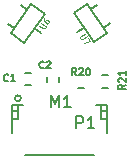
<source format=gbr>
G04 #@! TF.FileFunction,Legend,Top*
%FSLAX46Y46*%
G04 Gerber Fmt 4.6, Leading zero omitted, Abs format (unit mm)*
G04 Created by KiCad (PCBNEW 4.0.4-stable) date 08/26/17 16:23:53*
%MOMM*%
%LPD*%
G01*
G04 APERTURE LIST*
%ADD10C,0.100000*%
%ADD11C,0.150000*%
%ADD12C,0.127000*%
%ADD13C,0.125000*%
G04 APERTURE END LIST*
D10*
D11*
X112150000Y-68575000D02*
X111650000Y-68575000D01*
X111650000Y-69625000D02*
X112150000Y-69625000D01*
X113475000Y-68870000D02*
X113475000Y-69370000D01*
X114525000Y-69370000D02*
X114525000Y-68870000D01*
X116600000Y-68750000D02*
X116100000Y-68750000D01*
X116100000Y-69800000D02*
X116600000Y-69800000D01*
X118100000Y-69800000D02*
X118600000Y-69800000D01*
X118600000Y-68750000D02*
X118100000Y-68750000D01*
D12*
X110711491Y-64759599D02*
X110170523Y-64380809D01*
X111804154Y-63199115D02*
X111263186Y-62820325D01*
X112402178Y-64780643D02*
X112943146Y-65159433D01*
X113261739Y-63553062D02*
X111542616Y-66008224D01*
X111542616Y-66008224D02*
X110398261Y-65206938D01*
X110398261Y-65206938D02*
X112117384Y-62751776D01*
X112117384Y-62751776D02*
X113261739Y-63553062D01*
X117185846Y-63169115D02*
X117726814Y-62790325D01*
X118278509Y-64729599D02*
X118819477Y-64350809D01*
X116587822Y-64750643D02*
X116046854Y-65129433D01*
X117447384Y-65978224D02*
X115728261Y-63523062D01*
X115728261Y-63523062D02*
X116872616Y-62721776D01*
X116872616Y-62721776D02*
X118591739Y-65176938D01*
X118591739Y-65176938D02*
X117447384Y-65978224D01*
D11*
X111260000Y-70712500D02*
G75*
G03X111260000Y-70712500I-250000J0D01*
G01*
X111610000Y-75537500D02*
X117410000Y-75537500D01*
X110510000Y-73637500D02*
X110510000Y-71287500D01*
X110510000Y-71287500D02*
X111410000Y-71287500D01*
X111010000Y-71287500D02*
X111010000Y-72487500D01*
X111010000Y-72487500D02*
X111010000Y-72487500D01*
X111010000Y-72487500D02*
X111010000Y-71287500D01*
X111010000Y-71287500D02*
X111010000Y-71287500D01*
X111010000Y-71787500D02*
X111010000Y-71787500D01*
X111010000Y-71787500D02*
X110510000Y-71787500D01*
X110510000Y-71787500D02*
X110510000Y-71787500D01*
X110510000Y-71787500D02*
X111010000Y-71787500D01*
X111010000Y-72487500D02*
X111010000Y-72487500D01*
X111010000Y-72487500D02*
X110510000Y-72487500D01*
X110510000Y-72487500D02*
X110510000Y-72487500D01*
X110510000Y-72487500D02*
X111010000Y-72487500D01*
X118510000Y-73637500D02*
X118510000Y-71287500D01*
X118510000Y-71287500D02*
X117610000Y-71287500D01*
X118010000Y-71287500D02*
X118010000Y-72487500D01*
X118010000Y-72487500D02*
X118010000Y-72487500D01*
X118010000Y-72487500D02*
X118010000Y-71287500D01*
X118010000Y-71287500D02*
X118010000Y-71287500D01*
X118010000Y-71787500D02*
X118010000Y-71787500D01*
X118010000Y-71787500D02*
X118510000Y-71787500D01*
X118510000Y-71787500D02*
X118510000Y-71787500D01*
X118510000Y-71787500D02*
X118010000Y-71787500D01*
X118010000Y-72487500D02*
X118010000Y-72487500D01*
X118010000Y-72487500D02*
X118510000Y-72487500D01*
X118510000Y-72487500D02*
X118510000Y-72487500D01*
X118510000Y-72487500D02*
X118010000Y-72487500D01*
X113800476Y-71472381D02*
X113800476Y-70472381D01*
X114133810Y-71186667D01*
X114467143Y-70472381D01*
X114467143Y-71472381D01*
X115467143Y-71472381D02*
X114895714Y-71472381D01*
X115181428Y-71472381D02*
X115181428Y-70472381D01*
X115086190Y-70615238D01*
X114990952Y-70710476D01*
X114895714Y-70758095D01*
X110200000Y-69214286D02*
X110171429Y-69242857D01*
X110085715Y-69271429D01*
X110028572Y-69271429D01*
X109942857Y-69242857D01*
X109885715Y-69185714D01*
X109857143Y-69128571D01*
X109828572Y-69014286D01*
X109828572Y-68928571D01*
X109857143Y-68814286D01*
X109885715Y-68757143D01*
X109942857Y-68700000D01*
X110028572Y-68671429D01*
X110085715Y-68671429D01*
X110171429Y-68700000D01*
X110200000Y-68728571D01*
X110771429Y-69271429D02*
X110428572Y-69271429D01*
X110600000Y-69271429D02*
X110600000Y-68671429D01*
X110542857Y-68757143D01*
X110485715Y-68814286D01*
X110428572Y-68842857D01*
X113200000Y-68114286D02*
X113171429Y-68142857D01*
X113085715Y-68171429D01*
X113028572Y-68171429D01*
X112942857Y-68142857D01*
X112885715Y-68085714D01*
X112857143Y-68028571D01*
X112828572Y-67914286D01*
X112828572Y-67828571D01*
X112857143Y-67714286D01*
X112885715Y-67657143D01*
X112942857Y-67600000D01*
X113028572Y-67571429D01*
X113085715Y-67571429D01*
X113171429Y-67600000D01*
X113200000Y-67628571D01*
X113428572Y-67628571D02*
X113457143Y-67600000D01*
X113514286Y-67571429D01*
X113657143Y-67571429D01*
X113714286Y-67600000D01*
X113742857Y-67628571D01*
X113771429Y-67685714D01*
X113771429Y-67742857D01*
X113742857Y-67828571D01*
X113400000Y-68171429D01*
X113771429Y-68171429D01*
X115964285Y-68746429D02*
X115764285Y-68460714D01*
X115621428Y-68746429D02*
X115621428Y-68146429D01*
X115850000Y-68146429D01*
X115907142Y-68175000D01*
X115935714Y-68203571D01*
X115964285Y-68260714D01*
X115964285Y-68346429D01*
X115935714Y-68403571D01*
X115907142Y-68432143D01*
X115850000Y-68460714D01*
X115621428Y-68460714D01*
X116192857Y-68203571D02*
X116221428Y-68175000D01*
X116278571Y-68146429D01*
X116421428Y-68146429D01*
X116478571Y-68175000D01*
X116507142Y-68203571D01*
X116535714Y-68260714D01*
X116535714Y-68317857D01*
X116507142Y-68403571D01*
X116164285Y-68746429D01*
X116535714Y-68746429D01*
X116907143Y-68146429D02*
X116964286Y-68146429D01*
X117021429Y-68175000D01*
X117050000Y-68203571D01*
X117078571Y-68260714D01*
X117107143Y-68375000D01*
X117107143Y-68517857D01*
X117078571Y-68632143D01*
X117050000Y-68689286D01*
X117021429Y-68717857D01*
X116964286Y-68746429D01*
X116907143Y-68746429D01*
X116850000Y-68717857D01*
X116821429Y-68689286D01*
X116792857Y-68632143D01*
X116764286Y-68517857D01*
X116764286Y-68375000D01*
X116792857Y-68260714D01*
X116821429Y-68203571D01*
X116850000Y-68175000D01*
X116907143Y-68146429D01*
X120121429Y-69560715D02*
X119835714Y-69760715D01*
X120121429Y-69903572D02*
X119521429Y-69903572D01*
X119521429Y-69675000D01*
X119550000Y-69617858D01*
X119578571Y-69589286D01*
X119635714Y-69560715D01*
X119721429Y-69560715D01*
X119778571Y-69589286D01*
X119807143Y-69617858D01*
X119835714Y-69675000D01*
X119835714Y-69903572D01*
X119578571Y-69332143D02*
X119550000Y-69303572D01*
X119521429Y-69246429D01*
X119521429Y-69103572D01*
X119550000Y-69046429D01*
X119578571Y-69017858D01*
X119635714Y-68989286D01*
X119692857Y-68989286D01*
X119778571Y-69017858D01*
X120121429Y-69360715D01*
X120121429Y-68989286D01*
X120121429Y-68417857D02*
X120121429Y-68760714D01*
X120121429Y-68589286D02*
X119521429Y-68589286D01*
X119607143Y-68646429D01*
X119664286Y-68703571D01*
X119692857Y-68760714D01*
D13*
X112826591Y-64554050D02*
X113158153Y-64786212D01*
X113210816Y-64794022D01*
X113243977Y-64788174D01*
X113290793Y-64762823D01*
X113345419Y-64684809D01*
X113353229Y-64632146D01*
X113347382Y-64598986D01*
X113322031Y-64552168D01*
X112990470Y-64320006D01*
X113249945Y-63949438D02*
X113195319Y-64027452D01*
X113187509Y-64080116D01*
X113193357Y-64113276D01*
X113224554Y-64193253D01*
X113288912Y-64267383D01*
X113444941Y-64376636D01*
X113497605Y-64384445D01*
X113530765Y-64378598D01*
X113577581Y-64353247D01*
X113632208Y-64275233D01*
X113640018Y-64222570D01*
X113634170Y-64189409D01*
X113608820Y-64142592D01*
X113511302Y-64074310D01*
X113458638Y-64066500D01*
X113425478Y-64072347D01*
X113378661Y-64097698D01*
X113324035Y-64175712D01*
X113316225Y-64228376D01*
X113322073Y-64261536D01*
X113347423Y-64308353D01*
X116655593Y-65226960D02*
X116324031Y-65459122D01*
X116298680Y-65505939D01*
X116292833Y-65539100D01*
X116300643Y-65591763D01*
X116355269Y-65669777D01*
X116402086Y-65695128D01*
X116435246Y-65700975D01*
X116487910Y-65693166D01*
X116819472Y-65461004D01*
X116928725Y-65617033D02*
X117119917Y-65890084D01*
X116587431Y-66001339D01*
D11*
X115961905Y-73252381D02*
X115961905Y-72252381D01*
X116342858Y-72252381D01*
X116438096Y-72300000D01*
X116485715Y-72347619D01*
X116533334Y-72442857D01*
X116533334Y-72585714D01*
X116485715Y-72680952D01*
X116438096Y-72728571D01*
X116342858Y-72776190D01*
X115961905Y-72776190D01*
X117485715Y-73252381D02*
X116914286Y-73252381D01*
X117200000Y-73252381D02*
X117200000Y-72252381D01*
X117104762Y-72395238D01*
X117009524Y-72490476D01*
X116914286Y-72538095D01*
M02*

</source>
